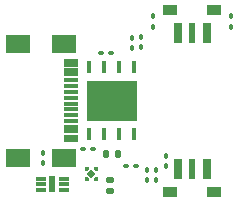
<source format=gbr>
%TF.GenerationSoftware,KiCad,Pcbnew,9.0.6-rc1*%
%TF.CreationDate,2025-12-13T16:16:27+01:00*%
%TF.ProjectId,hardware_V8,68617264-7761-4726-955f-56382e6b6963,rev?*%
%TF.SameCoordinates,Original*%
%TF.FileFunction,Paste,Bot*%
%TF.FilePolarity,Positive*%
%FSLAX46Y46*%
G04 Gerber Fmt 4.6, Leading zero omitted, Abs format (unit mm)*
G04 Created by KiCad (PCBNEW 9.0.6-rc1) date 2025-12-13 16:16:27*
%MOMM*%
%LPD*%
G01*
G04 APERTURE LIST*
G04 Aperture macros list*
%AMRoundRect*
0 Rectangle with rounded corners*
0 $1 Rounding radius*
0 $2 $3 $4 $5 $6 $7 $8 $9 X,Y pos of 4 corners*
0 Add a 4 corners polygon primitive as box body*
4,1,4,$2,$3,$4,$5,$6,$7,$8,$9,$2,$3,0*
0 Add four circle primitives for the rounded corners*
1,1,$1+$1,$2,$3*
1,1,$1+$1,$4,$5*
1,1,$1+$1,$6,$7*
1,1,$1+$1,$8,$9*
0 Add four rect primitives between the rounded corners*
20,1,$1+$1,$2,$3,$4,$5,0*
20,1,$1+$1,$4,$5,$6,$7,0*
20,1,$1+$1,$6,$7,$8,$9,0*
20,1,$1+$1,$8,$9,$2,$3,0*%
%AMRotRect*
0 Rectangle, with rotation*
0 The origin of the aperture is its center*
0 $1 length*
0 $2 width*
0 $3 Rotation angle, in degrees counterclockwise*
0 Add horizontal line*
21,1,$1,$2,0,0,$3*%
%AMOutline5P*
0 Free polygon, 5 corners , with rotation*
0 The origin of the aperture is its center*
0 number of corners: always 5*
0 $1 to $10 corner X, Y*
0 $11 Rotation angle, in degrees counterclockwise*
0 create outline with 5 corners*
4,1,5,$1,$2,$3,$4,$5,$6,$7,$8,$9,$10,$1,$2,$11*%
%AMOutline6P*
0 Free polygon, 6 corners , with rotation*
0 The origin of the aperture is its center*
0 number of corners: always 6*
0 $1 to $12 corner X, Y*
0 $13 Rotation angle, in degrees counterclockwise*
0 create outline with 6 corners*
4,1,6,$1,$2,$3,$4,$5,$6,$7,$8,$9,$10,$11,$12,$1,$2,$13*%
%AMOutline7P*
0 Free polygon, 7 corners , with rotation*
0 The origin of the aperture is its center*
0 number of corners: always 7*
0 $1 to $14 corner X, Y*
0 $15 Rotation angle, in degrees counterclockwise*
0 create outline with 7 corners*
4,1,7,$1,$2,$3,$4,$5,$6,$7,$8,$9,$10,$11,$12,$13,$14,$1,$2,$15*%
%AMOutline8P*
0 Free polygon, 8 corners , with rotation*
0 The origin of the aperture is its center*
0 number of corners: always 8*
0 $1 to $16 corner X, Y*
0 $17 Rotation angle, in degrees counterclockwise*
0 create outline with 8 corners*
4,1,8,$1,$2,$3,$4,$5,$6,$7,$8,$9,$10,$11,$12,$13,$14,$15,$16,$1,$2,$17*%
G04 Aperture macros list end*
%ADD10R,0.750000X1.800000*%
%ADD11R,0.600000X1.800000*%
%ADD12R,1.300000X0.900000*%
%ADD13R,1.150000X0.300000*%
%ADD14R,2.000000X1.600000*%
%ADD15Outline5P,-0.207500X0.150000X0.057500X0.150000X0.207500X0.000000X0.207500X-0.150000X-0.207500X-0.150000X270.000000*%
%ADD16Outline5P,-0.207500X0.150000X0.207500X0.150000X0.207500X0.000000X0.057500X-0.150000X-0.207500X-0.150000X270.000000*%
%ADD17RotRect,0.500000X0.500000X225.000000*%
%ADD18Outline5P,-0.207500X0.150000X0.207500X0.150000X0.207500X-0.150000X-0.057500X-0.150000X-0.207500X0.000000X270.000000*%
%ADD19Outline5P,-0.207500X0.000000X-0.057500X0.150000X0.207500X0.150000X0.207500X-0.150000X-0.207500X-0.150000X270.000000*%
%ADD20RoundRect,0.090000X-0.090000X0.139000X-0.090000X-0.139000X0.090000X-0.139000X0.090000X0.139000X0*%
%ADD21RoundRect,0.090000X0.090000X-0.139000X0.090000X0.139000X-0.090000X0.139000X-0.090000X-0.139000X0*%
%ADD22RoundRect,0.090000X-0.139000X-0.090000X0.139000X-0.090000X0.139000X0.090000X-0.139000X0.090000X0*%
%ADD23R,0.450000X1.050000*%
%ADD24R,4.350000X3.450000*%
%ADD25R,0.850000X0.300000*%
%ADD26R,0.610000X1.420000*%
%ADD27RoundRect,0.090000X0.139000X0.090000X-0.139000X0.090000X-0.139000X-0.090000X0.139000X-0.090000X0*%
%ADD28RoundRect,0.140000X0.170000X-0.140000X0.170000X0.140000X-0.170000X0.140000X-0.170000X-0.140000X0*%
%ADD29RoundRect,0.140000X-0.140000X-0.170000X0.140000X-0.170000X0.140000X0.170000X-0.140000X0.170000X0*%
G04 APERTURE END LIST*
D10*
%TO.C,S3*%
X111225000Y-105775000D03*
D11*
X110000000Y-105775000D03*
D10*
X108775000Y-105775000D03*
D12*
X111850000Y-107725000D03*
X108150000Y-107725000D03*
%TD*%
D10*
%TO.C,S1*%
X108775000Y-94250000D03*
D11*
X110000000Y-94250000D03*
D10*
X111225000Y-94250000D03*
D12*
X108150000Y-92300000D03*
X111850000Y-92300000D03*
%TD*%
D13*
%TO.C,J3*%
X99705000Y-103350000D03*
X99705000Y-102550000D03*
X99705000Y-101250000D03*
X99705000Y-100250000D03*
X99705000Y-99750000D03*
X99705000Y-98750000D03*
X99705000Y-97450000D03*
X99705000Y-96650000D03*
X99705000Y-96950000D03*
X99705000Y-97750000D03*
X99705000Y-98250000D03*
X99705000Y-99250000D03*
X99705000Y-100750000D03*
X99705000Y-101750000D03*
X99705000Y-102250000D03*
X99705000Y-103050000D03*
D14*
X95200000Y-104820000D03*
X95200000Y-95180000D03*
X99130000Y-104820000D03*
X99130000Y-95180000D03*
%TD*%
D15*
%TO.C,U2*%
X101100000Y-105815000D03*
D16*
X101810000Y-105815000D03*
D17*
X101455000Y-106207500D03*
D18*
X101810000Y-106600000D03*
D19*
X101100000Y-106600000D03*
%TD*%
D20*
%TO.C,R18*%
X106200000Y-105867500D03*
X106200000Y-106732500D03*
%TD*%
D21*
%TO.C,R17*%
X97400000Y-105265000D03*
X97400000Y-104400000D03*
%TD*%
D22*
%TO.C,R13*%
X102267500Y-96000000D03*
X103132500Y-96000000D03*
%TD*%
D21*
%TO.C,R12*%
X105660000Y-95502500D03*
X105660000Y-94637500D03*
%TD*%
%TO.C,R11*%
X104870000Y-95532500D03*
X104870000Y-94667500D03*
%TD*%
D20*
%TO.C,R9*%
X106900000Y-105867500D03*
X106900000Y-106732500D03*
%TD*%
D21*
%TO.C,R7*%
X106700000Y-93740000D03*
X106700000Y-92875000D03*
%TD*%
D22*
%TO.C,R5*%
X104367500Y-105500000D03*
X105232500Y-105500000D03*
%TD*%
D23*
%TO.C,IC6*%
X101290000Y-97150000D03*
X102560000Y-97150000D03*
X103830000Y-97150000D03*
X105100000Y-97150000D03*
X105100000Y-102850000D03*
X103830000Y-102850000D03*
X102560000Y-102850000D03*
X101290000Y-102850000D03*
D24*
X103195000Y-100000000D03*
%TD*%
D25*
%TO.C,IC5*%
X99100000Y-106600000D03*
X99100000Y-107100000D03*
X99100000Y-107600000D03*
X97200000Y-107600000D03*
X97200000Y-107100000D03*
X97200000Y-106600000D03*
D26*
X98150000Y-107100000D03*
%TD*%
D20*
%TO.C,C20*%
X107800000Y-104667500D03*
X107800000Y-105532500D03*
%TD*%
D27*
%TO.C,C11*%
X101632500Y-104100000D03*
X100767500Y-104100000D03*
%TD*%
D21*
%TO.C,C7*%
X113300000Y-93732500D03*
X113300000Y-92867500D03*
%TD*%
D28*
%TO.C,C4*%
X103000000Y-107680000D03*
X103000000Y-106720000D03*
%TD*%
D29*
%TO.C,C1*%
X102720000Y-104500000D03*
X103680000Y-104500000D03*
%TD*%
M02*

</source>
